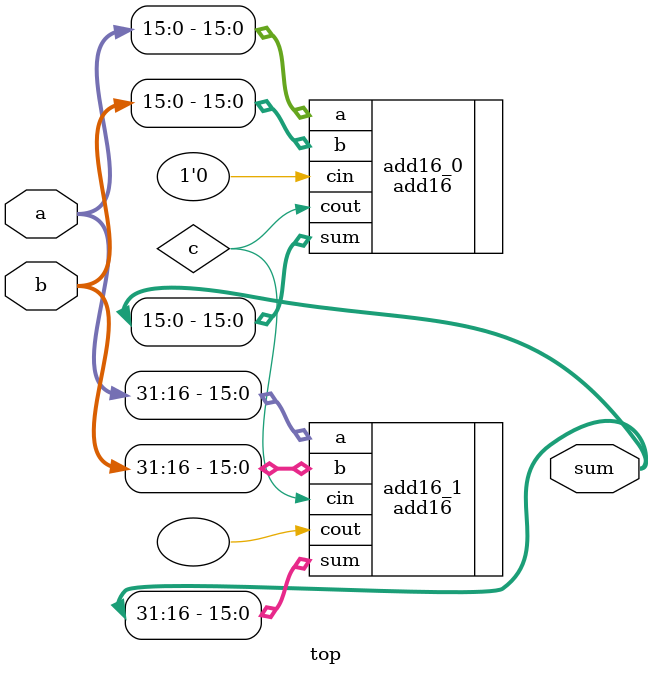
<source format=v>
module top (
    input [31:0] a,
    input [31:0] b,
    output [31:0] sum
);
    wire c;
     add16 add16_0 (
        .a(a[15:0]),
        .b(b[15:0]),
        .cin(1'b0),
        .sum(sum[15:0]),
        .cout(c)
    );
     add16 add16_1 (
        .a(a[31:16]),
        .b(b[31:16]),
        .cin(c),
        .sum(sum[31:16]),
        .cout()
    );  
    
endmodule

</source>
